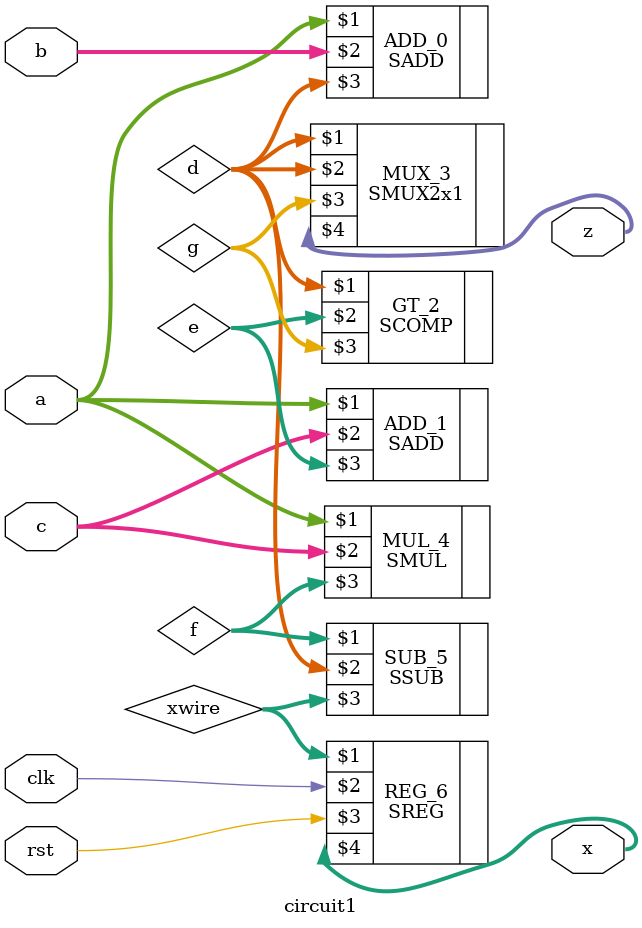
<source format=v>
module circuit1(clk, rst, a, b, c, z, x);

	input clk, rst;
	input signed [7:0] a;
	input signed [7:0] b;
	input signed [7:0] c;
	output signed [7:0] z;
	output signed [15:0] x;
	wire signed [7:0] d;
	wire signed [7:0] e;
	wire signed [15:0] f;
	wire signed [15:0] g;
	wire signed [15:0] xwire;

	SADD #(8)ADD_0($signed(a), $signed(b), d);
	SADD #(8)ADD_1($signed(a), $signed(c), e);
	SCOMP #(16)GT_2($signed(d), $signed(e), g, , );
	SMUX2x1 #(8)MUX_3(d, d, g, z);
	SMUL #(16)MUL_4($signed(a), $signed(c), f);
	SSUB #(16)SUB_5($signed(f), $signed(d), xwire);
	SREG #(16)REG_6($signed(xwire), clk, rst, x);

endmodule


</source>
